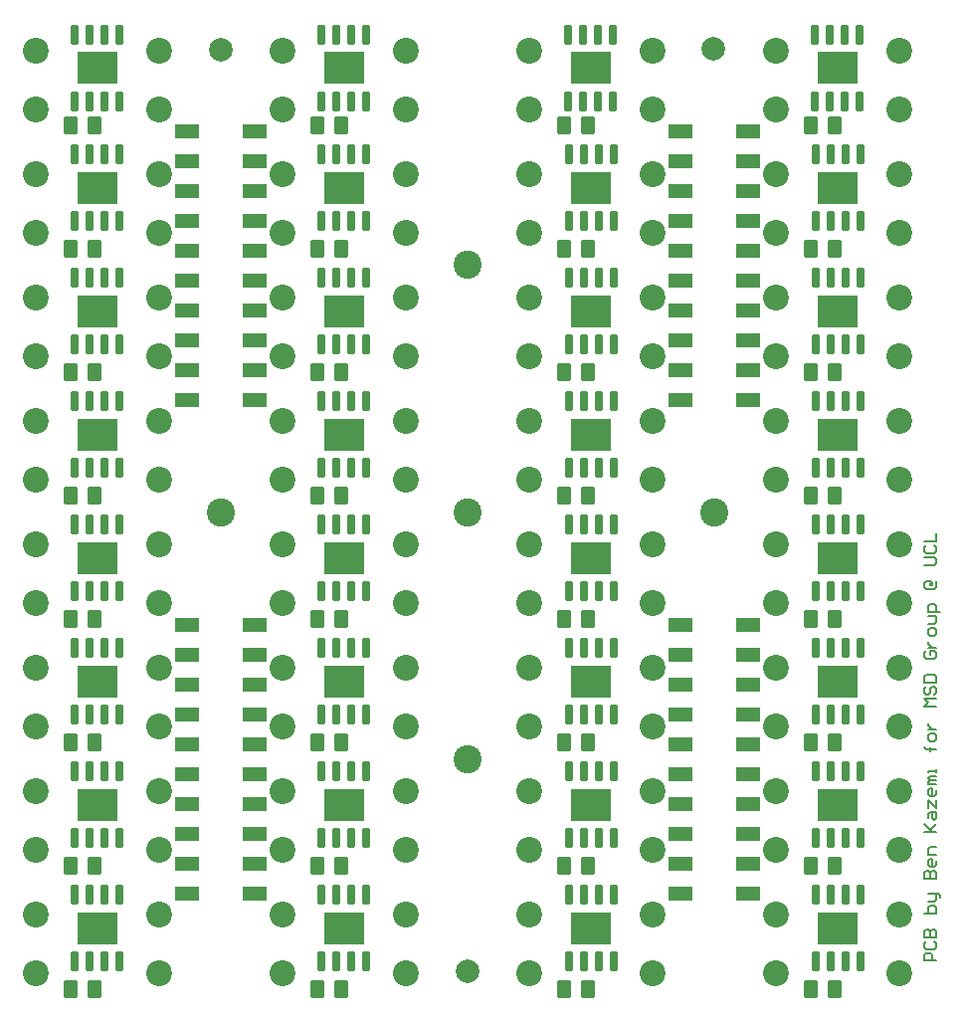
<source format=gts>
G04*
G04 #@! TF.GenerationSoftware,Altium Limited,Altium Designer,23.3.1 (30)*
G04*
G04 Layer_Color=8388736*
%FSLAX26Y26*%
%MOIN*%
G70*
G04*
G04 #@! TF.SameCoordinates,A73F04FC-B1A5-4ADC-8500-56C492F8F9A9*
G04*
G04*
G04 #@! TF.FilePolarity,Negative*
G04*
G01*
G75*
%ADD13C,0.007874*%
%ADD22C,0.078740*%
G04:AMPARAMS|DCode=23|XSize=66.929mil|YSize=28.74mil|CornerRadius=6.545mil|HoleSize=0mil|Usage=FLASHONLY|Rotation=270.000|XOffset=0mil|YOffset=0mil|HoleType=Round|Shape=RoundedRectangle|*
%AMROUNDEDRECTD23*
21,1,0.066929,0.015650,0,0,270.0*
21,1,0.053839,0.028740,0,0,270.0*
1,1,0.013090,-0.007825,-0.026919*
1,1,0.013090,-0.007825,0.026919*
1,1,0.013090,0.007825,0.026919*
1,1,0.013090,0.007825,-0.026919*
%
%ADD23ROUNDEDRECTD23*%
%ADD24R,0.137795X0.107874*%
%ADD25R,0.082677X0.048032*%
G04:AMPARAMS|DCode=26|XSize=47.874mil|YSize=62.874mil|CornerRadius=8.937mil|HoleSize=0mil|Usage=FLASHONLY|Rotation=180.000|XOffset=0mil|YOffset=0mil|HoleType=Round|Shape=RoundedRectangle|*
%AMROUNDEDRECTD26*
21,1,0.047874,0.045000,0,0,180.0*
21,1,0.030000,0.062874,0,0,180.0*
1,1,0.017874,-0.015000,0.022500*
1,1,0.017874,0.015000,0.022500*
1,1,0.017874,0.015000,-0.022500*
1,1,0.017874,-0.015000,-0.022500*
%
%ADD26ROUNDEDRECTD26*%
%ADD27C,0.086614*%
%ADD28C,0.094488*%
%ADD29C,0.039496*%
D13*
X1569558Y-1502953D02*
X1530201D01*
Y-1483274D01*
X1536760Y-1476714D01*
X1549879D01*
X1556439Y-1483274D01*
Y-1502953D01*
X1536760Y-1437357D02*
X1530201Y-1443917D01*
Y-1457036D01*
X1536760Y-1463595D01*
X1562998D01*
X1569558Y-1457036D01*
Y-1443917D01*
X1562998Y-1437357D01*
X1530201Y-1424238D02*
X1569558D01*
Y-1404559D01*
X1562998Y-1398000D01*
X1556439D01*
X1549879Y-1404559D01*
Y-1424238D01*
Y-1404559D01*
X1543320Y-1398000D01*
X1536760D01*
X1530201Y-1404559D01*
Y-1424238D01*
Y-1345523D02*
X1569558D01*
Y-1325844D01*
X1562998Y-1319285D01*
X1556439D01*
X1549879D01*
X1543320Y-1325844D01*
Y-1345523D01*
Y-1306166D02*
X1562998D01*
X1569558Y-1299606D01*
Y-1279927D01*
X1576118D01*
X1582677Y-1286487D01*
Y-1293046D01*
X1569558Y-1279927D02*
X1543320D01*
X1530201Y-1227451D02*
X1569558D01*
Y-1207772D01*
X1562998Y-1201213D01*
X1556439D01*
X1549879Y-1207772D01*
Y-1227451D01*
Y-1207772D01*
X1543320Y-1201213D01*
X1536760D01*
X1530201Y-1207772D01*
Y-1227451D01*
X1569558Y-1168415D02*
Y-1181534D01*
X1562998Y-1188093D01*
X1549879D01*
X1543320Y-1181534D01*
Y-1168415D01*
X1549879Y-1161855D01*
X1556439D01*
Y-1188093D01*
X1569558Y-1148736D02*
X1543320D01*
Y-1129057D01*
X1549879Y-1122498D01*
X1569558D01*
X1530201Y-1070021D02*
X1569558D01*
X1556439D01*
X1530201Y-1043783D01*
X1549879Y-1063462D01*
X1569558Y-1043783D01*
X1543320Y-1024104D02*
Y-1010985D01*
X1549879Y-1004426D01*
X1569558D01*
Y-1024104D01*
X1562998Y-1030664D01*
X1556439Y-1024104D01*
Y-1004426D01*
X1543320Y-991306D02*
Y-965068D01*
X1569558Y-991306D01*
Y-965068D01*
Y-932270D02*
Y-945389D01*
X1562998Y-951949D01*
X1549879D01*
X1543320Y-945389D01*
Y-932270D01*
X1549879Y-925711D01*
X1556439D01*
Y-951949D01*
X1569558Y-912592D02*
X1543320D01*
Y-906032D01*
X1549879Y-899472D01*
X1569558D01*
X1549879D01*
X1543320Y-892913D01*
X1549879Y-886353D01*
X1569558D01*
Y-873234D02*
Y-860115D01*
Y-866675D01*
X1543320D01*
Y-873234D01*
X1569558Y-794519D02*
X1536760D01*
X1549879D01*
Y-801079D01*
Y-787960D01*
Y-794519D01*
X1536760D01*
X1530201Y-787960D01*
X1569558Y-761722D02*
Y-748602D01*
X1562998Y-742043D01*
X1549879D01*
X1543320Y-748602D01*
Y-761722D01*
X1549879Y-768281D01*
X1562998D01*
X1569558Y-761722D01*
X1543320Y-728924D02*
X1569558D01*
X1556439D01*
X1549879Y-722364D01*
X1543320Y-715805D01*
Y-709245D01*
X1569558Y-650209D02*
X1530201D01*
X1543320Y-637090D01*
X1530201Y-623971D01*
X1569558D01*
X1536760Y-584613D02*
X1530201Y-591173D01*
Y-604292D01*
X1536760Y-610852D01*
X1543320D01*
X1549879Y-604292D01*
Y-591173D01*
X1556439Y-584613D01*
X1562998D01*
X1569558Y-591173D01*
Y-604292D01*
X1562998Y-610852D01*
X1530201Y-571494D02*
X1569558D01*
Y-551816D01*
X1562998Y-545256D01*
X1536760D01*
X1530201Y-551816D01*
Y-571494D01*
X1536760Y-466541D02*
X1530201Y-473101D01*
Y-486220D01*
X1536760Y-492779D01*
X1562998D01*
X1569558Y-486220D01*
Y-473101D01*
X1562998Y-466541D01*
X1549879D01*
Y-479660D01*
X1543320Y-453422D02*
X1569558D01*
X1556439D01*
X1549879Y-446862D01*
X1543320Y-440303D01*
Y-433743D01*
X1569558Y-407505D02*
Y-394386D01*
X1562998Y-387826D01*
X1549879D01*
X1543320Y-394386D01*
Y-407505D01*
X1549879Y-414065D01*
X1562998D01*
X1569558Y-407505D01*
X1543320Y-374707D02*
X1562998D01*
X1569558Y-368148D01*
Y-348469D01*
X1543320D01*
X1582677Y-335350D02*
X1543320D01*
Y-315671D01*
X1549879Y-309112D01*
X1562998D01*
X1569558Y-315671D01*
Y-335350D01*
X1556439Y-236956D02*
X1549879D01*
Y-243516D01*
X1556439D01*
Y-236956D01*
X1549879Y-230397D01*
X1536760D01*
X1530201Y-236956D01*
Y-250075D01*
X1536760Y-256635D01*
X1562998D01*
X1569558Y-250075D01*
Y-230397D01*
X1530201Y-177920D02*
X1562998D01*
X1569558Y-171361D01*
Y-158242D01*
X1562998Y-151682D01*
X1530201D01*
X1536760Y-112325D02*
X1530201Y-118884D01*
Y-132003D01*
X1536760Y-138563D01*
X1562998D01*
X1569558Y-132003D01*
Y-118884D01*
X1562998Y-112325D01*
X1530201Y-99205D02*
X1569558D01*
Y-72967D01*
D22*
X-827756Y1549213D02*
D03*
X-984Y-1537402D02*
D03*
X823819Y1551181D02*
D03*
D23*
X-1165551Y-1505904D02*
D03*
X-1215551D02*
D03*
X-1265551D02*
D03*
X-1315551D02*
D03*
Y-1281888D02*
D03*
X-1265551D02*
D03*
X-1215551D02*
D03*
X-1165551D02*
D03*
X487992Y1198426D02*
D03*
X437992D02*
D03*
X387992D02*
D03*
X337992D02*
D03*
Y974410D02*
D03*
X387992D02*
D03*
X437992D02*
D03*
X487992D02*
D03*
X1314765D02*
D03*
X1264765D02*
D03*
X1214765D02*
D03*
X1164765D02*
D03*
Y1198426D02*
D03*
X1214765D02*
D03*
X1264765D02*
D03*
X1314765D02*
D03*
X-1166575Y1599381D02*
D03*
X-1216575D02*
D03*
X-1266575D02*
D03*
X-1316575D02*
D03*
Y1375365D02*
D03*
X-1266575D02*
D03*
X-1216575D02*
D03*
X-1166575D02*
D03*
X-339803D02*
D03*
X-389803D02*
D03*
X-439803D02*
D03*
X-489803D02*
D03*
Y1599381D02*
D03*
X-439803D02*
D03*
X-389803D02*
D03*
X-339803D02*
D03*
X486968D02*
D03*
X436968D02*
D03*
X386968D02*
D03*
X336968D02*
D03*
Y1375365D02*
D03*
X386968D02*
D03*
X436968D02*
D03*
X486968D02*
D03*
X1313742D02*
D03*
X1263742D02*
D03*
X1213742D02*
D03*
X1163742D02*
D03*
Y1599381D02*
D03*
X1213742D02*
D03*
X1263742D02*
D03*
X1313742D02*
D03*
X-338780Y-1281888D02*
D03*
X-388780D02*
D03*
X-438780D02*
D03*
X-488780D02*
D03*
Y-1505904D02*
D03*
X-438780D02*
D03*
X-388780D02*
D03*
X-338780D02*
D03*
X487992D02*
D03*
X437992D02*
D03*
X387992D02*
D03*
X337992D02*
D03*
Y-1281888D02*
D03*
X387992D02*
D03*
X437992D02*
D03*
X487992D02*
D03*
X1314765D02*
D03*
X1264765D02*
D03*
X1214765D02*
D03*
X1164765D02*
D03*
Y-1505904D02*
D03*
X1214765D02*
D03*
X1264765D02*
D03*
X1314765D02*
D03*
X-1165551Y-1092518D02*
D03*
X-1215551D02*
D03*
X-1265551D02*
D03*
X-1315551D02*
D03*
Y-868503D02*
D03*
X-1265551D02*
D03*
X-1215551D02*
D03*
X-1165551D02*
D03*
X-338780D02*
D03*
X-388780D02*
D03*
X-438780D02*
D03*
X-488780D02*
D03*
Y-1092518D02*
D03*
X-438780D02*
D03*
X-388780D02*
D03*
X-338780D02*
D03*
X487992D02*
D03*
X437992D02*
D03*
X387992D02*
D03*
X337992D02*
D03*
Y-868503D02*
D03*
X387992D02*
D03*
X437992D02*
D03*
X487992D02*
D03*
X1314765D02*
D03*
X1264765D02*
D03*
X1214765D02*
D03*
X1164765D02*
D03*
Y-1092518D02*
D03*
X1214765D02*
D03*
X1264765D02*
D03*
X1314765D02*
D03*
X-1165551Y-679133D02*
D03*
X-1215551D02*
D03*
X-1265551D02*
D03*
X-1315551D02*
D03*
Y-455117D02*
D03*
X-1265551D02*
D03*
X-1215551D02*
D03*
X-1165551D02*
D03*
X-338780D02*
D03*
X-388780D02*
D03*
X-438780D02*
D03*
X-488780D02*
D03*
Y-679133D02*
D03*
X-438780D02*
D03*
X-388780D02*
D03*
X-338780D02*
D03*
X487992D02*
D03*
X437992D02*
D03*
X387992D02*
D03*
X337992D02*
D03*
Y-455117D02*
D03*
X387992D02*
D03*
X437992D02*
D03*
X487992D02*
D03*
X1314765D02*
D03*
X1264765D02*
D03*
X1214765D02*
D03*
X1164765D02*
D03*
Y-679133D02*
D03*
X1214765D02*
D03*
X1264765D02*
D03*
X1314765D02*
D03*
X-1165551Y-265747D02*
D03*
X-1215551D02*
D03*
X-1265551D02*
D03*
X-1315551D02*
D03*
Y-41731D02*
D03*
X-1265551D02*
D03*
X-1215551D02*
D03*
X-1165551D02*
D03*
X-338780D02*
D03*
X-388780D02*
D03*
X-438780D02*
D03*
X-488780D02*
D03*
Y-265747D02*
D03*
X-438780D02*
D03*
X-388780D02*
D03*
X-338780D02*
D03*
X487992D02*
D03*
X437992D02*
D03*
X387992D02*
D03*
X337992D02*
D03*
Y-41731D02*
D03*
X387992D02*
D03*
X437992D02*
D03*
X487992D02*
D03*
X1314765D02*
D03*
X1264765D02*
D03*
X1214765D02*
D03*
X1164765D02*
D03*
Y-265747D02*
D03*
X1214765D02*
D03*
X1264765D02*
D03*
X1314765D02*
D03*
X-1165551Y147639D02*
D03*
X-1215551D02*
D03*
X-1265551D02*
D03*
X-1315551D02*
D03*
Y371654D02*
D03*
X-1265551D02*
D03*
X-1215551D02*
D03*
X-1165551D02*
D03*
X-338780D02*
D03*
X-388780D02*
D03*
X-438780D02*
D03*
X-488780D02*
D03*
Y147639D02*
D03*
X-438780D02*
D03*
X-388780D02*
D03*
X-338780D02*
D03*
X487992D02*
D03*
X437992D02*
D03*
X387992D02*
D03*
X337992D02*
D03*
Y371654D02*
D03*
X387992D02*
D03*
X437992D02*
D03*
X487992D02*
D03*
X1314765D02*
D03*
X1264765D02*
D03*
X1214765D02*
D03*
X1164765D02*
D03*
Y147639D02*
D03*
X1214765D02*
D03*
X1264765D02*
D03*
X1314765D02*
D03*
X-1165551Y561024D02*
D03*
X-1215551D02*
D03*
X-1265551D02*
D03*
X-1315551D02*
D03*
Y785040D02*
D03*
X-1265551D02*
D03*
X-1215551D02*
D03*
X-1165551D02*
D03*
X-338780D02*
D03*
X-388780D02*
D03*
X-438780D02*
D03*
X-488780D02*
D03*
Y561024D02*
D03*
X-438780D02*
D03*
X-388780D02*
D03*
X-338780D02*
D03*
X487992D02*
D03*
X437992D02*
D03*
X387992D02*
D03*
X337992D02*
D03*
Y785040D02*
D03*
X387992D02*
D03*
X437992D02*
D03*
X487992D02*
D03*
X1314765D02*
D03*
X1264765D02*
D03*
X1214765D02*
D03*
X1164765D02*
D03*
Y561024D02*
D03*
X1214765D02*
D03*
X1264765D02*
D03*
X1314765D02*
D03*
X-1165551Y974410D02*
D03*
X-1215551D02*
D03*
X-1265551D02*
D03*
X-1315551D02*
D03*
Y1198426D02*
D03*
X-1265551D02*
D03*
X-1215551D02*
D03*
X-1165551D02*
D03*
X-338780D02*
D03*
X-388780D02*
D03*
X-438780D02*
D03*
X-488780D02*
D03*
Y974410D02*
D03*
X-438780D02*
D03*
X-388780D02*
D03*
X-338780D02*
D03*
D24*
X-1240551Y-1393896D02*
D03*
X412992Y1086418D02*
D03*
X1239765D02*
D03*
X-1241575Y1487373D02*
D03*
X-414803D02*
D03*
X411968D02*
D03*
X1238742D02*
D03*
X-413780Y-1393896D02*
D03*
X412992D02*
D03*
X1239765D02*
D03*
X-1240551Y-980511D02*
D03*
X-413780D02*
D03*
X412992D02*
D03*
X1239765D02*
D03*
X-1240551Y-567125D02*
D03*
X-413780D02*
D03*
X412992D02*
D03*
X1239765D02*
D03*
X-1240551Y-153739D02*
D03*
X-413780D02*
D03*
X412992D02*
D03*
X1239765D02*
D03*
X-1240551Y259647D02*
D03*
X-413780D02*
D03*
X412992D02*
D03*
X1239765D02*
D03*
X-1240551Y673032D02*
D03*
X-413780D02*
D03*
X412992D02*
D03*
X1239765D02*
D03*
X-1240551Y1086418D02*
D03*
X-413780D02*
D03*
D25*
X-714039Y1074803D02*
D03*
Y674803D02*
D03*
Y774803D02*
D03*
Y874803D02*
D03*
Y974803D02*
D03*
Y1174803D02*
D03*
X-941890D02*
D03*
X-714039Y1274803D02*
D03*
X-941890D02*
D03*
X-714039Y374803D02*
D03*
X-941890D02*
D03*
X-714039Y474803D02*
D03*
X-941890D02*
D03*
X-714039Y574803D02*
D03*
X-941890D02*
D03*
Y674803D02*
D03*
Y774803D02*
D03*
Y874803D02*
D03*
Y974803D02*
D03*
Y1074803D02*
D03*
Y-577953D02*
D03*
Y-677953D02*
D03*
Y-777953D02*
D03*
Y-877953D02*
D03*
Y-977953D02*
D03*
Y-1077953D02*
D03*
X-714039D02*
D03*
X-941890Y-1177953D02*
D03*
X-714039D02*
D03*
X-941890Y-1277953D02*
D03*
X-714039D02*
D03*
X-941890Y-377953D02*
D03*
X-714039D02*
D03*
X-941890Y-477953D02*
D03*
X-714039D02*
D03*
Y-677953D02*
D03*
Y-777953D02*
D03*
Y-877953D02*
D03*
Y-977953D02*
D03*
Y-577953D02*
D03*
X940488Y1074803D02*
D03*
Y674803D02*
D03*
Y774803D02*
D03*
Y874803D02*
D03*
Y974803D02*
D03*
Y1174803D02*
D03*
X712638D02*
D03*
X940488Y1274803D02*
D03*
X712638D02*
D03*
X940488Y374803D02*
D03*
X712638D02*
D03*
X940488Y474803D02*
D03*
X712638D02*
D03*
X940488Y574803D02*
D03*
X712638D02*
D03*
Y674803D02*
D03*
Y774803D02*
D03*
Y874803D02*
D03*
Y974803D02*
D03*
Y1074803D02*
D03*
X712716Y-577953D02*
D03*
Y-677953D02*
D03*
Y-777953D02*
D03*
Y-877953D02*
D03*
Y-977953D02*
D03*
Y-1077953D02*
D03*
X940567D02*
D03*
X712716Y-1177953D02*
D03*
X940567D02*
D03*
X712716Y-1277953D02*
D03*
X940567D02*
D03*
X712716Y-377953D02*
D03*
X940567D02*
D03*
X712716Y-477953D02*
D03*
X940567D02*
D03*
Y-677953D02*
D03*
Y-777953D02*
D03*
Y-877953D02*
D03*
Y-977953D02*
D03*
Y-577953D02*
D03*
D26*
X1230946Y1295276D02*
D03*
X1150946D02*
D03*
X404174D02*
D03*
X324174D02*
D03*
X-422598D02*
D03*
X-502598D02*
D03*
X-1249369D02*
D03*
X-1329369D02*
D03*
X1230946Y881890D02*
D03*
X1150946D02*
D03*
X404174D02*
D03*
X324174D02*
D03*
X-422598D02*
D03*
X-502598D02*
D03*
X-1249369D02*
D03*
X-1329369D02*
D03*
X1230946Y468504D02*
D03*
X1150946D02*
D03*
X404174D02*
D03*
X324174D02*
D03*
X-422598D02*
D03*
X-502598D02*
D03*
X-1249369D02*
D03*
X-1329369D02*
D03*
X1230946Y55118D02*
D03*
X1150946D02*
D03*
X404174D02*
D03*
X324174D02*
D03*
X-422598D02*
D03*
X-502598D02*
D03*
X-1249369D02*
D03*
X-1329369D02*
D03*
X1230946Y-358268D02*
D03*
X1150946D02*
D03*
X404174D02*
D03*
X324174D02*
D03*
X-422598D02*
D03*
X-502598D02*
D03*
X-1249369D02*
D03*
X-1329369D02*
D03*
X1230946Y-771654D02*
D03*
X1150946D02*
D03*
X404174D02*
D03*
X324174D02*
D03*
X-422598D02*
D03*
X-502598D02*
D03*
X-1249369D02*
D03*
X-1329369D02*
D03*
X1230946Y-1185040D02*
D03*
X1150946D02*
D03*
X404174D02*
D03*
X324174D02*
D03*
X-422598D02*
D03*
X-502598D02*
D03*
X-1249369D02*
D03*
X-1329369D02*
D03*
X1230946Y-1598426D02*
D03*
X1150946D02*
D03*
X404174D02*
D03*
X324174D02*
D03*
X-422598D02*
D03*
X-502598D02*
D03*
X-1249369D02*
D03*
X-1329369D02*
D03*
D27*
X-1446849Y-1348424D02*
D03*
Y-1545276D02*
D03*
X-1033465Y-1348424D02*
D03*
Y-1545276D02*
D03*
X620079Y1131890D02*
D03*
Y935040D02*
D03*
X1446851D02*
D03*
Y1131890D02*
D03*
X-1033465Y1545276D02*
D03*
Y1348426D02*
D03*
X-206693D02*
D03*
Y1545276D02*
D03*
X620079D02*
D03*
Y1348426D02*
D03*
X1446851D02*
D03*
Y1545276D02*
D03*
X-206693Y-1348424D02*
D03*
Y-1545276D02*
D03*
X620079D02*
D03*
Y-1348424D02*
D03*
X1446851D02*
D03*
Y-1545276D02*
D03*
X-1033465Y-1131890D02*
D03*
Y-935040D02*
D03*
X-206693D02*
D03*
Y-1131890D02*
D03*
X620079D02*
D03*
Y-935040D02*
D03*
X1446851D02*
D03*
Y-1131890D02*
D03*
X-1033465Y-718504D02*
D03*
Y-521654D02*
D03*
X-206693D02*
D03*
Y-718504D02*
D03*
X620079D02*
D03*
Y-521654D02*
D03*
X1446851D02*
D03*
Y-718504D02*
D03*
X-1033465Y-305118D02*
D03*
Y-108268D02*
D03*
X-206693D02*
D03*
Y-305118D02*
D03*
X620079D02*
D03*
Y-108268D02*
D03*
X1446851D02*
D03*
Y-305118D02*
D03*
X-1033465Y108268D02*
D03*
Y305118D02*
D03*
X-206693D02*
D03*
Y108268D02*
D03*
X620079D02*
D03*
Y305118D02*
D03*
X1446851D02*
D03*
Y108268D02*
D03*
X-1033465Y521654D02*
D03*
Y718504D02*
D03*
X-206693D02*
D03*
Y521654D02*
D03*
X620079D02*
D03*
Y718504D02*
D03*
X1446851D02*
D03*
Y521654D02*
D03*
X-1033465Y935040D02*
D03*
Y1131890D02*
D03*
X-206693D02*
D03*
Y935040D02*
D03*
X206693D02*
D03*
Y1131890D02*
D03*
X1033465D02*
D03*
Y935040D02*
D03*
X-1446849Y1348426D02*
D03*
Y1545276D02*
D03*
X-620079D02*
D03*
Y1348426D02*
D03*
X206693D02*
D03*
Y1545276D02*
D03*
X1033465D02*
D03*
Y1348426D02*
D03*
X-620079Y-1545276D02*
D03*
Y-1348424D02*
D03*
X206693D02*
D03*
Y-1545276D02*
D03*
X1033465D02*
D03*
Y-1348424D02*
D03*
X-1446849Y-935040D02*
D03*
Y-1131890D02*
D03*
X-620079D02*
D03*
Y-935040D02*
D03*
X206693D02*
D03*
Y-1131890D02*
D03*
X1033465D02*
D03*
Y-935040D02*
D03*
X-1446849Y-521654D02*
D03*
Y-718504D02*
D03*
X-620079D02*
D03*
Y-521654D02*
D03*
X206693D02*
D03*
Y-718504D02*
D03*
X1033465D02*
D03*
Y-521654D02*
D03*
X-1446849Y-108268D02*
D03*
Y-305118D02*
D03*
X-620079D02*
D03*
Y-108268D02*
D03*
X206693D02*
D03*
Y-305118D02*
D03*
X1033465D02*
D03*
Y-108268D02*
D03*
X-1446849Y305118D02*
D03*
Y108268D02*
D03*
X-620079D02*
D03*
Y305118D02*
D03*
X206693D02*
D03*
Y108268D02*
D03*
X1033465D02*
D03*
Y305118D02*
D03*
X-1446849Y718504D02*
D03*
Y521654D02*
D03*
X-620079D02*
D03*
Y718504D02*
D03*
X206693D02*
D03*
Y521654D02*
D03*
X1033465D02*
D03*
Y718504D02*
D03*
X-1446849Y1131890D02*
D03*
Y935040D02*
D03*
X-620079D02*
D03*
Y1131890D02*
D03*
D28*
X826772Y0D02*
D03*
X0Y826772D02*
D03*
Y-826772D02*
D03*
Y0D02*
D03*
X-826772D02*
D03*
D29*
X-1270551Y-1422896D02*
D03*
Y-1365896D02*
D03*
X-1206551D02*
D03*
Y-1422896D02*
D03*
X446992Y1057418D02*
D03*
Y1114418D02*
D03*
X382992D02*
D03*
Y1057418D02*
D03*
X1209765D02*
D03*
Y1114418D02*
D03*
X1273765D02*
D03*
Y1057418D02*
D03*
X-1207575Y1458373D02*
D03*
Y1515373D02*
D03*
X-1271575D02*
D03*
Y1458373D02*
D03*
X-444803D02*
D03*
Y1515373D02*
D03*
X-380803D02*
D03*
Y1458373D02*
D03*
X445968D02*
D03*
Y1515373D02*
D03*
X381968D02*
D03*
Y1458373D02*
D03*
X1208742D02*
D03*
Y1515373D02*
D03*
X1272742D02*
D03*
Y1458373D02*
D03*
X-379780Y-1422896D02*
D03*
Y-1365896D02*
D03*
X-443780D02*
D03*
Y-1422896D02*
D03*
X382992D02*
D03*
Y-1365896D02*
D03*
X446992D02*
D03*
Y-1422896D02*
D03*
X1273765D02*
D03*
Y-1365896D02*
D03*
X1209765D02*
D03*
Y-1422896D02*
D03*
X-1270551Y-1009511D02*
D03*
Y-952511D02*
D03*
X-1206551D02*
D03*
Y-1009511D02*
D03*
X-379780D02*
D03*
Y-952511D02*
D03*
X-443780D02*
D03*
Y-1009511D02*
D03*
X382992D02*
D03*
Y-952511D02*
D03*
X446992D02*
D03*
Y-1009511D02*
D03*
X1273765D02*
D03*
Y-952511D02*
D03*
X1209765D02*
D03*
Y-1009511D02*
D03*
X-1270551Y-596125D02*
D03*
Y-539125D02*
D03*
X-1206551D02*
D03*
Y-596125D02*
D03*
X-379780D02*
D03*
Y-539125D02*
D03*
X-443780D02*
D03*
Y-596125D02*
D03*
X382992D02*
D03*
Y-539125D02*
D03*
X446992D02*
D03*
Y-596125D02*
D03*
X1273765D02*
D03*
Y-539125D02*
D03*
X1209765D02*
D03*
Y-596125D02*
D03*
X-1270551Y-182739D02*
D03*
Y-125739D02*
D03*
X-1206551D02*
D03*
Y-182739D02*
D03*
X-379780D02*
D03*
Y-125739D02*
D03*
X-443780D02*
D03*
Y-182739D02*
D03*
X382992D02*
D03*
Y-125739D02*
D03*
X446992D02*
D03*
Y-182739D02*
D03*
X1273765D02*
D03*
Y-125739D02*
D03*
X1209765D02*
D03*
Y-182739D02*
D03*
X-1270551Y230647D02*
D03*
Y287647D02*
D03*
X-1206551D02*
D03*
Y230647D02*
D03*
X-379780D02*
D03*
Y287647D02*
D03*
X-443780D02*
D03*
Y230647D02*
D03*
X382992D02*
D03*
Y287647D02*
D03*
X446992D02*
D03*
Y230647D02*
D03*
X1273765D02*
D03*
Y287647D02*
D03*
X1209765D02*
D03*
Y230647D02*
D03*
X-1270551Y644032D02*
D03*
Y701032D02*
D03*
X-1206551D02*
D03*
Y644032D02*
D03*
X-379780D02*
D03*
Y701032D02*
D03*
X-443780D02*
D03*
Y644032D02*
D03*
X382992D02*
D03*
Y701032D02*
D03*
X446992D02*
D03*
Y644032D02*
D03*
X1273765D02*
D03*
Y701032D02*
D03*
X1209765D02*
D03*
Y644032D02*
D03*
X-1270551Y1057418D02*
D03*
Y1114418D02*
D03*
X-1206551D02*
D03*
Y1057418D02*
D03*
X-379780D02*
D03*
Y1114418D02*
D03*
X-443780D02*
D03*
Y1057418D02*
D03*
M02*

</source>
